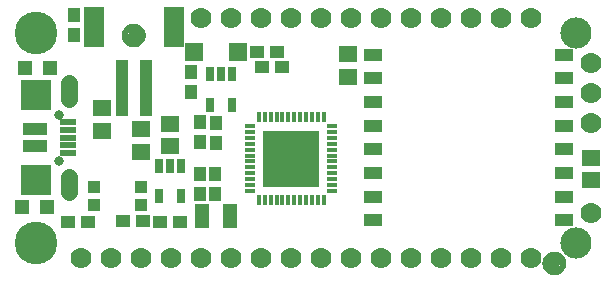
<source format=gbr>
G04 EAGLE Gerber RS-274X export*
G75*
%MOMM*%
%FSLAX34Y34*%
%LPD*%
%INSoldermask Top*%
%IPPOS*%
%AMOC8*
5,1,8,0,0,1.08239X$1,22.5*%
G01*
%ADD10C,2.641600*%
%ADD11R,1.601600X1.341600*%
%ADD12R,1.101600X1.201600*%
%ADD13R,1.301600X1.301600*%
%ADD14R,1.201600X1.101600*%
%ADD15C,1.101600*%
%ADD16C,0.500000*%
%ADD17R,1.101600X1.101600*%
%ADD18C,3.617600*%
%ADD19C,0.801600*%
%ADD20R,2.601600X2.601600*%
%ADD21C,1.409600*%
%ADD22R,2.101600X1.101600*%
%ADD23R,1.450000X0.500000*%
%ADD24R,0.651600X1.301600*%
%ADD25R,1.501600X1.501600*%
%ADD26C,1.778000*%
%ADD27R,1.101600X4.701600*%
%ADD28R,1.701600X3.501600*%
%ADD29R,0.351600X0.851600*%
%ADD30R,0.851600X0.351600*%
%ADD31R,4.801600X4.801600*%
%ADD32R,1.201600X2.001600*%
%ADD33R,1.601600X1.101600*%


D10*
X482600Y203200D03*
X482600Y25400D03*
D11*
X80880Y120090D03*
X80880Y139090D03*
D12*
X164000Y110120D03*
X164000Y127120D03*
D11*
X138580Y125740D03*
X138580Y106740D03*
D13*
X15950Y173590D03*
X36950Y173590D03*
D14*
X98688Y43446D03*
X115688Y43446D03*
D12*
X57150Y218050D03*
X57150Y201050D03*
D15*
X107950Y200660D03*
D16*
X115450Y200660D02*
X115448Y200841D01*
X115441Y201022D01*
X115430Y201203D01*
X115415Y201384D01*
X115395Y201564D01*
X115371Y201744D01*
X115343Y201923D01*
X115310Y202101D01*
X115273Y202278D01*
X115232Y202455D01*
X115187Y202630D01*
X115137Y202805D01*
X115083Y202978D01*
X115025Y203149D01*
X114963Y203320D01*
X114896Y203488D01*
X114826Y203655D01*
X114752Y203821D01*
X114673Y203984D01*
X114591Y204145D01*
X114505Y204305D01*
X114415Y204462D01*
X114321Y204617D01*
X114224Y204770D01*
X114122Y204920D01*
X114018Y205068D01*
X113909Y205214D01*
X113798Y205356D01*
X113682Y205496D01*
X113564Y205633D01*
X113442Y205768D01*
X113317Y205899D01*
X113189Y206027D01*
X113058Y206152D01*
X112923Y206274D01*
X112786Y206392D01*
X112646Y206508D01*
X112504Y206619D01*
X112358Y206728D01*
X112210Y206832D01*
X112060Y206934D01*
X111907Y207031D01*
X111752Y207125D01*
X111595Y207215D01*
X111435Y207301D01*
X111274Y207383D01*
X111111Y207462D01*
X110945Y207536D01*
X110778Y207606D01*
X110610Y207673D01*
X110439Y207735D01*
X110268Y207793D01*
X110095Y207847D01*
X109920Y207897D01*
X109745Y207942D01*
X109568Y207983D01*
X109391Y208020D01*
X109213Y208053D01*
X109034Y208081D01*
X108854Y208105D01*
X108674Y208125D01*
X108493Y208140D01*
X108312Y208151D01*
X108131Y208158D01*
X107950Y208160D01*
X115450Y200660D02*
X115448Y200479D01*
X115441Y200298D01*
X115430Y200117D01*
X115415Y199936D01*
X115395Y199756D01*
X115371Y199576D01*
X115343Y199397D01*
X115310Y199219D01*
X115273Y199042D01*
X115232Y198865D01*
X115187Y198690D01*
X115137Y198515D01*
X115083Y198342D01*
X115025Y198171D01*
X114963Y198000D01*
X114896Y197832D01*
X114826Y197665D01*
X114752Y197499D01*
X114673Y197336D01*
X114591Y197175D01*
X114505Y197015D01*
X114415Y196858D01*
X114321Y196703D01*
X114224Y196550D01*
X114122Y196400D01*
X114018Y196252D01*
X113909Y196106D01*
X113798Y195964D01*
X113682Y195824D01*
X113564Y195687D01*
X113442Y195552D01*
X113317Y195421D01*
X113189Y195293D01*
X113058Y195168D01*
X112923Y195046D01*
X112786Y194928D01*
X112646Y194812D01*
X112504Y194701D01*
X112358Y194592D01*
X112210Y194488D01*
X112060Y194386D01*
X111907Y194289D01*
X111752Y194195D01*
X111595Y194105D01*
X111435Y194019D01*
X111274Y193937D01*
X111111Y193858D01*
X110945Y193784D01*
X110778Y193714D01*
X110610Y193647D01*
X110439Y193585D01*
X110268Y193527D01*
X110095Y193473D01*
X109920Y193423D01*
X109745Y193378D01*
X109568Y193337D01*
X109391Y193300D01*
X109213Y193267D01*
X109034Y193239D01*
X108854Y193215D01*
X108674Y193195D01*
X108493Y193180D01*
X108312Y193169D01*
X108131Y193162D01*
X107950Y193160D01*
X107769Y193162D01*
X107588Y193169D01*
X107407Y193180D01*
X107226Y193195D01*
X107046Y193215D01*
X106866Y193239D01*
X106687Y193267D01*
X106509Y193300D01*
X106332Y193337D01*
X106155Y193378D01*
X105980Y193423D01*
X105805Y193473D01*
X105632Y193527D01*
X105461Y193585D01*
X105290Y193647D01*
X105122Y193714D01*
X104955Y193784D01*
X104789Y193858D01*
X104626Y193937D01*
X104465Y194019D01*
X104305Y194105D01*
X104148Y194195D01*
X103993Y194289D01*
X103840Y194386D01*
X103690Y194488D01*
X103542Y194592D01*
X103396Y194701D01*
X103254Y194812D01*
X103114Y194928D01*
X102977Y195046D01*
X102842Y195168D01*
X102711Y195293D01*
X102583Y195421D01*
X102458Y195552D01*
X102336Y195687D01*
X102218Y195824D01*
X102102Y195964D01*
X101991Y196106D01*
X101882Y196252D01*
X101778Y196400D01*
X101676Y196550D01*
X101579Y196703D01*
X101485Y196858D01*
X101395Y197015D01*
X101309Y197175D01*
X101227Y197336D01*
X101148Y197499D01*
X101074Y197665D01*
X101004Y197832D01*
X100937Y198000D01*
X100875Y198171D01*
X100817Y198342D01*
X100763Y198515D01*
X100713Y198690D01*
X100668Y198865D01*
X100627Y199042D01*
X100590Y199219D01*
X100557Y199397D01*
X100529Y199576D01*
X100505Y199756D01*
X100485Y199936D01*
X100470Y200117D01*
X100459Y200298D01*
X100452Y200479D01*
X100450Y200660D01*
X100452Y200841D01*
X100459Y201022D01*
X100470Y201203D01*
X100485Y201384D01*
X100505Y201564D01*
X100529Y201744D01*
X100557Y201923D01*
X100590Y202101D01*
X100627Y202278D01*
X100668Y202455D01*
X100713Y202630D01*
X100763Y202805D01*
X100817Y202978D01*
X100875Y203149D01*
X100937Y203320D01*
X101004Y203488D01*
X101074Y203655D01*
X101148Y203821D01*
X101227Y203984D01*
X101309Y204145D01*
X101395Y204305D01*
X101485Y204462D01*
X101579Y204617D01*
X101676Y204770D01*
X101778Y204920D01*
X101882Y205068D01*
X101991Y205214D01*
X102102Y205356D01*
X102218Y205496D01*
X102336Y205633D01*
X102458Y205768D01*
X102583Y205899D01*
X102711Y206027D01*
X102842Y206152D01*
X102977Y206274D01*
X103114Y206392D01*
X103254Y206508D01*
X103396Y206619D01*
X103542Y206728D01*
X103690Y206832D01*
X103840Y206934D01*
X103993Y207031D01*
X104148Y207125D01*
X104305Y207215D01*
X104465Y207301D01*
X104626Y207383D01*
X104789Y207462D01*
X104955Y207536D01*
X105122Y207606D01*
X105290Y207673D01*
X105461Y207735D01*
X105632Y207793D01*
X105805Y207847D01*
X105980Y207897D01*
X106155Y207942D01*
X106332Y207983D01*
X106509Y208020D01*
X106687Y208053D01*
X106866Y208081D01*
X107046Y208105D01*
X107226Y208125D01*
X107407Y208140D01*
X107588Y208151D01*
X107769Y208158D01*
X107950Y208160D01*
D15*
X464022Y7690D03*
D16*
X471522Y7690D02*
X471520Y7871D01*
X471513Y8052D01*
X471502Y8233D01*
X471487Y8414D01*
X471467Y8594D01*
X471443Y8774D01*
X471415Y8953D01*
X471382Y9131D01*
X471345Y9308D01*
X471304Y9485D01*
X471259Y9660D01*
X471209Y9835D01*
X471155Y10008D01*
X471097Y10179D01*
X471035Y10350D01*
X470968Y10518D01*
X470898Y10685D01*
X470824Y10851D01*
X470745Y11014D01*
X470663Y11175D01*
X470577Y11335D01*
X470487Y11492D01*
X470393Y11647D01*
X470296Y11800D01*
X470194Y11950D01*
X470090Y12098D01*
X469981Y12244D01*
X469870Y12386D01*
X469754Y12526D01*
X469636Y12663D01*
X469514Y12798D01*
X469389Y12929D01*
X469261Y13057D01*
X469130Y13182D01*
X468995Y13304D01*
X468858Y13422D01*
X468718Y13538D01*
X468576Y13649D01*
X468430Y13758D01*
X468282Y13862D01*
X468132Y13964D01*
X467979Y14061D01*
X467824Y14155D01*
X467667Y14245D01*
X467507Y14331D01*
X467346Y14413D01*
X467183Y14492D01*
X467017Y14566D01*
X466850Y14636D01*
X466682Y14703D01*
X466511Y14765D01*
X466340Y14823D01*
X466167Y14877D01*
X465992Y14927D01*
X465817Y14972D01*
X465640Y15013D01*
X465463Y15050D01*
X465285Y15083D01*
X465106Y15111D01*
X464926Y15135D01*
X464746Y15155D01*
X464565Y15170D01*
X464384Y15181D01*
X464203Y15188D01*
X464022Y15190D01*
X471522Y7690D02*
X471520Y7509D01*
X471513Y7328D01*
X471502Y7147D01*
X471487Y6966D01*
X471467Y6786D01*
X471443Y6606D01*
X471415Y6427D01*
X471382Y6249D01*
X471345Y6072D01*
X471304Y5895D01*
X471259Y5720D01*
X471209Y5545D01*
X471155Y5372D01*
X471097Y5201D01*
X471035Y5030D01*
X470968Y4862D01*
X470898Y4695D01*
X470824Y4529D01*
X470745Y4366D01*
X470663Y4205D01*
X470577Y4045D01*
X470487Y3888D01*
X470393Y3733D01*
X470296Y3580D01*
X470194Y3430D01*
X470090Y3282D01*
X469981Y3136D01*
X469870Y2994D01*
X469754Y2854D01*
X469636Y2717D01*
X469514Y2582D01*
X469389Y2451D01*
X469261Y2323D01*
X469130Y2198D01*
X468995Y2076D01*
X468858Y1958D01*
X468718Y1842D01*
X468576Y1731D01*
X468430Y1622D01*
X468282Y1518D01*
X468132Y1416D01*
X467979Y1319D01*
X467824Y1225D01*
X467667Y1135D01*
X467507Y1049D01*
X467346Y967D01*
X467183Y888D01*
X467017Y814D01*
X466850Y744D01*
X466682Y677D01*
X466511Y615D01*
X466340Y557D01*
X466167Y503D01*
X465992Y453D01*
X465817Y408D01*
X465640Y367D01*
X465463Y330D01*
X465285Y297D01*
X465106Y269D01*
X464926Y245D01*
X464746Y225D01*
X464565Y210D01*
X464384Y199D01*
X464203Y192D01*
X464022Y190D01*
X463841Y192D01*
X463660Y199D01*
X463479Y210D01*
X463298Y225D01*
X463118Y245D01*
X462938Y269D01*
X462759Y297D01*
X462581Y330D01*
X462404Y367D01*
X462227Y408D01*
X462052Y453D01*
X461877Y503D01*
X461704Y557D01*
X461533Y615D01*
X461362Y677D01*
X461194Y744D01*
X461027Y814D01*
X460861Y888D01*
X460698Y967D01*
X460537Y1049D01*
X460377Y1135D01*
X460220Y1225D01*
X460065Y1319D01*
X459912Y1416D01*
X459762Y1518D01*
X459614Y1622D01*
X459468Y1731D01*
X459326Y1842D01*
X459186Y1958D01*
X459049Y2076D01*
X458914Y2198D01*
X458783Y2323D01*
X458655Y2451D01*
X458530Y2582D01*
X458408Y2717D01*
X458290Y2854D01*
X458174Y2994D01*
X458063Y3136D01*
X457954Y3282D01*
X457850Y3430D01*
X457748Y3580D01*
X457651Y3733D01*
X457557Y3888D01*
X457467Y4045D01*
X457381Y4205D01*
X457299Y4366D01*
X457220Y4529D01*
X457146Y4695D01*
X457076Y4862D01*
X457009Y5030D01*
X456947Y5201D01*
X456889Y5372D01*
X456835Y5545D01*
X456785Y5720D01*
X456740Y5895D01*
X456699Y6072D01*
X456662Y6249D01*
X456629Y6427D01*
X456601Y6606D01*
X456577Y6786D01*
X456557Y6966D01*
X456542Y7147D01*
X456531Y7328D01*
X456524Y7509D01*
X456522Y7690D01*
X456524Y7871D01*
X456531Y8052D01*
X456542Y8233D01*
X456557Y8414D01*
X456577Y8594D01*
X456601Y8774D01*
X456629Y8953D01*
X456662Y9131D01*
X456699Y9308D01*
X456740Y9485D01*
X456785Y9660D01*
X456835Y9835D01*
X456889Y10008D01*
X456947Y10179D01*
X457009Y10350D01*
X457076Y10518D01*
X457146Y10685D01*
X457220Y10851D01*
X457299Y11014D01*
X457381Y11175D01*
X457467Y11335D01*
X457557Y11492D01*
X457651Y11647D01*
X457748Y11800D01*
X457850Y11950D01*
X457954Y12098D01*
X458063Y12244D01*
X458174Y12386D01*
X458290Y12526D01*
X458408Y12663D01*
X458530Y12798D01*
X458655Y12929D01*
X458783Y13057D01*
X458914Y13182D01*
X459049Y13304D01*
X459186Y13422D01*
X459326Y13538D01*
X459468Y13649D01*
X459614Y13758D01*
X459762Y13862D01*
X459912Y13964D01*
X460065Y14061D01*
X460220Y14155D01*
X460377Y14245D01*
X460537Y14331D01*
X460698Y14413D01*
X460861Y14492D01*
X461027Y14566D01*
X461194Y14636D01*
X461362Y14703D01*
X461533Y14765D01*
X461704Y14823D01*
X461877Y14877D01*
X462052Y14927D01*
X462227Y14972D01*
X462404Y15013D01*
X462581Y15050D01*
X462759Y15083D01*
X462938Y15111D01*
X463118Y15135D01*
X463298Y15155D01*
X463479Y15170D01*
X463660Y15181D01*
X463841Y15188D01*
X464022Y15190D01*
D17*
X73980Y56770D03*
X73980Y72770D03*
X113980Y72770D03*
X113980Y56770D03*
D18*
X25400Y203200D03*
X25400Y25400D03*
D19*
X44450Y133800D03*
X44450Y94800D03*
D20*
X25450Y78300D03*
X25450Y150300D03*
D21*
X53450Y147300D02*
X53450Y160380D01*
X53450Y81300D02*
X53450Y68220D01*
D22*
X24450Y121800D03*
X24450Y106800D03*
D23*
X52200Y127300D03*
X52200Y120800D03*
X52200Y114300D03*
X52200Y107800D03*
X52200Y101300D03*
D24*
X191110Y167941D03*
X181610Y167941D03*
X172110Y167941D03*
X172110Y141939D03*
X191110Y141939D03*
D25*
X196300Y186690D03*
X159300Y186690D03*
D26*
X444500Y12700D03*
X419100Y12700D03*
X393700Y12700D03*
X368300Y12700D03*
X342900Y12700D03*
X317500Y12700D03*
X292100Y12700D03*
X266700Y12700D03*
X241300Y12700D03*
X215900Y12700D03*
X190500Y12700D03*
X165100Y12700D03*
X139700Y12700D03*
X114300Y12700D03*
X88900Y12700D03*
X63500Y12700D03*
D27*
X97950Y156040D03*
X117950Y156040D03*
D28*
X73950Y208040D03*
X141950Y208040D03*
D26*
X165100Y215900D03*
X190500Y215900D03*
X215900Y215900D03*
X241300Y215900D03*
X266700Y215900D03*
X292100Y215900D03*
X317500Y215900D03*
X342900Y215900D03*
X368300Y215900D03*
X393700Y215900D03*
X419100Y215900D03*
X444500Y215900D03*
D24*
X147930Y90471D03*
X138430Y90471D03*
X128930Y90471D03*
X128930Y64469D03*
X147930Y64469D03*
D13*
X34630Y55880D03*
X13630Y55880D03*
D14*
X52460Y43180D03*
X69460Y43180D03*
D11*
X114300Y121260D03*
X114300Y102260D03*
D14*
X146930Y43180D03*
X129930Y43180D03*
X212480Y186690D03*
X229480Y186690D03*
X233290Y173990D03*
X216290Y173990D03*
D29*
X213800Y61770D03*
X218800Y61770D03*
X223800Y61770D03*
X228800Y61770D03*
X233800Y61770D03*
X238800Y61770D03*
X243800Y61770D03*
X248800Y61770D03*
X253800Y61770D03*
X258800Y61770D03*
X263800Y61770D03*
D30*
X276050Y69020D03*
X276050Y74020D03*
X276050Y79020D03*
X276050Y84020D03*
X276050Y89020D03*
X276050Y94020D03*
X276050Y99020D03*
X276050Y104020D03*
X276050Y109020D03*
X276050Y114020D03*
X276050Y119020D03*
D29*
X268800Y131270D03*
X263800Y131270D03*
X258800Y131270D03*
X253800Y131270D03*
X248800Y131270D03*
X243800Y131270D03*
X238800Y131270D03*
X233800Y131270D03*
X228800Y131270D03*
X223800Y131270D03*
X218800Y131270D03*
D30*
X206550Y124020D03*
X206550Y119020D03*
X206550Y114020D03*
X206550Y109020D03*
X206550Y104020D03*
X206550Y99020D03*
X206550Y94020D03*
X206550Y89020D03*
X206550Y84020D03*
X206550Y79020D03*
X206550Y74020D03*
D31*
X241300Y96520D03*
D29*
X268800Y61770D03*
D30*
X276050Y124020D03*
D29*
X213800Y131270D03*
D30*
X206550Y69020D03*
D12*
X177800Y109610D03*
X177800Y126610D03*
X176530Y66430D03*
X176530Y83430D03*
X163830Y66430D03*
X163830Y83430D03*
D32*
X189800Y48260D03*
X165800Y48260D03*
D11*
X289560Y165760D03*
X289560Y184760D03*
D12*
X156210Y152790D03*
X156210Y169790D03*
D11*
X495300Y97130D03*
X495300Y78130D03*
D26*
X495300Y50800D03*
D33*
X472160Y44300D03*
X472160Y64300D03*
X472160Y84300D03*
X472160Y104300D03*
X472160Y124300D03*
X472160Y144300D03*
X472160Y164300D03*
X472160Y184300D03*
X310160Y184300D03*
X310160Y164300D03*
X310160Y144300D03*
X310160Y124300D03*
X310160Y104300D03*
X310160Y84300D03*
X310160Y64300D03*
X310160Y44300D03*
D26*
X495300Y127000D03*
X495300Y152400D03*
X495300Y177800D03*
M02*

</source>
